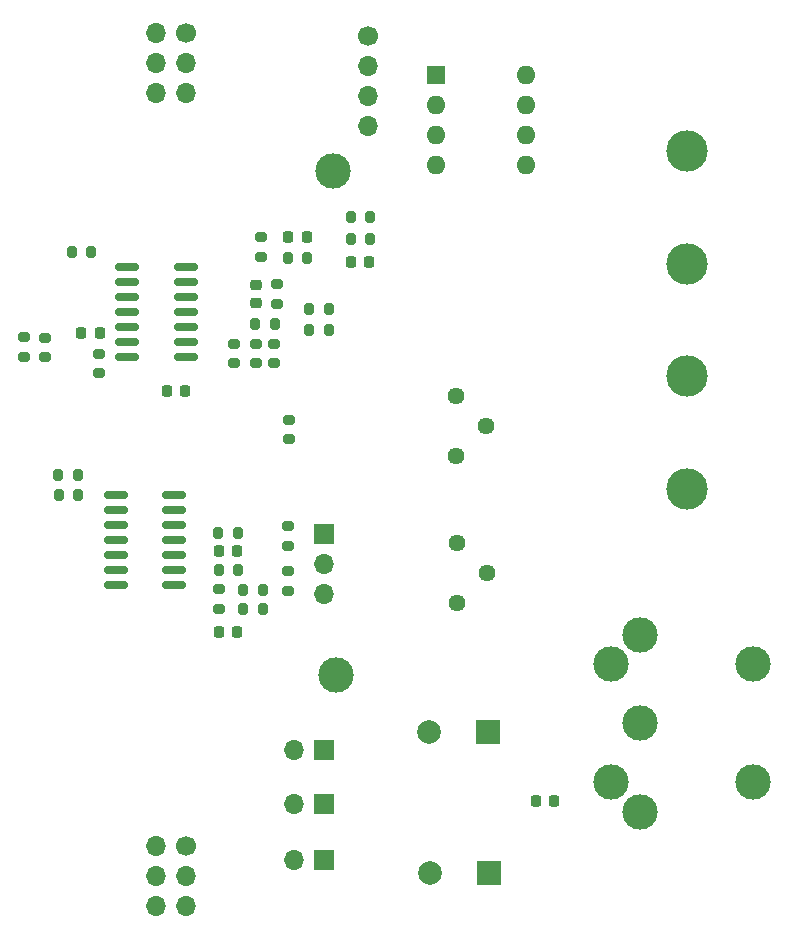
<source format=gbr>
%TF.GenerationSoftware,KiCad,Pcbnew,(7.0.0)*%
%TF.CreationDate,2024-02-24T11:01:10-08:00*%
%TF.ProjectId,Bottom_Board,426f7474-6f6d-45f4-926f-6172642e6b69,0*%
%TF.SameCoordinates,Original*%
%TF.FileFunction,Soldermask,Bot*%
%TF.FilePolarity,Negative*%
%FSLAX46Y46*%
G04 Gerber Fmt 4.6, Leading zero omitted, Abs format (unit mm)*
G04 Created by KiCad (PCBNEW (7.0.0)) date 2024-02-24 11:01:10*
%MOMM*%
%LPD*%
G01*
G04 APERTURE LIST*
G04 Aperture macros list*
%AMRoundRect*
0 Rectangle with rounded corners*
0 $1 Rounding radius*
0 $2 $3 $4 $5 $6 $7 $8 $9 X,Y pos of 4 corners*
0 Add a 4 corners polygon primitive as box body*
4,1,4,$2,$3,$4,$5,$6,$7,$8,$9,$2,$3,0*
0 Add four circle primitives for the rounded corners*
1,1,$1+$1,$2,$3*
1,1,$1+$1,$4,$5*
1,1,$1+$1,$6,$7*
1,1,$1+$1,$8,$9*
0 Add four rect primitives between the rounded corners*
20,1,$1+$1,$2,$3,$4,$5,0*
20,1,$1+$1,$4,$5,$6,$7,0*
20,1,$1+$1,$6,$7,$8,$9,0*
20,1,$1+$1,$8,$9,$2,$3,0*%
G04 Aperture macros list end*
%ADD10O,1.700000X1.700000*%
%ADD11C,1.700000*%
%ADD12C,2.000000*%
%ADD13R,2.000000X2.000000*%
%ADD14C,3.000000*%
%ADD15C,1.440000*%
%ADD16R,1.700000X1.700000*%
%ADD17R,1.600000X1.600000*%
%ADD18O,1.600000X1.600000*%
%ADD19C,3.500000*%
%ADD20RoundRect,0.200000X-0.275000X0.200000X-0.275000X-0.200000X0.275000X-0.200000X0.275000X0.200000X0*%
%ADD21RoundRect,0.225000X-0.225000X-0.250000X0.225000X-0.250000X0.225000X0.250000X-0.225000X0.250000X0*%
%ADD22RoundRect,0.200000X0.275000X-0.200000X0.275000X0.200000X-0.275000X0.200000X-0.275000X-0.200000X0*%
%ADD23RoundRect,0.150000X0.825000X0.150000X-0.825000X0.150000X-0.825000X-0.150000X0.825000X-0.150000X0*%
%ADD24RoundRect,0.225000X0.225000X0.250000X-0.225000X0.250000X-0.225000X-0.250000X0.225000X-0.250000X0*%
%ADD25RoundRect,0.200000X0.200000X0.275000X-0.200000X0.275000X-0.200000X-0.275000X0.200000X-0.275000X0*%
%ADD26RoundRect,0.200000X-0.200000X-0.275000X0.200000X-0.275000X0.200000X0.275000X-0.200000X0.275000X0*%
%ADD27RoundRect,0.225000X0.250000X-0.225000X0.250000X0.225000X-0.250000X0.225000X-0.250000X-0.225000X0*%
%ADD28RoundRect,0.218750X-0.218750X-0.256250X0.218750X-0.256250X0.218750X0.256250X-0.218750X0.256250X0*%
G04 APERTURE END LIST*
D10*
%TO.C,J8*%
X139064999Y-76209999D03*
X139064999Y-73669999D03*
X139064999Y-71129999D03*
D11*
X139065000Y-68590000D03*
%TD*%
D12*
%TO.C,C2*%
X144270323Y-127508000D03*
D13*
X149270322Y-127507999D03*
%TD*%
D14*
%TO.C,J5*%
X162142948Y-119288289D03*
X162142948Y-126788289D03*
X162142948Y-134288289D03*
X159642948Y-121788289D03*
X159642948Y-131788289D03*
X171642948Y-121788289D03*
X171642948Y-131788289D03*
%TD*%
D13*
%TO.C,C3*%
X149351999Y-139445999D03*
D12*
X144352000Y-139446000D03*
%TD*%
D11*
%TO.C,J2*%
X123698000Y-68326000D03*
D10*
X121157999Y-68325999D03*
X123697999Y-70865999D03*
X121157999Y-70865999D03*
X123697999Y-73405999D03*
X121157999Y-73405999D03*
%TD*%
D14*
%TO.C,TP2*%
X136398000Y-122682000D03*
%TD*%
D11*
%TO.C,J1*%
X123698000Y-137160000D03*
D10*
X121157999Y-137159999D03*
X123697999Y-139699999D03*
X121157999Y-139699999D03*
X123697999Y-142239999D03*
X121157999Y-142239999D03*
%TD*%
D15*
%TO.C,RV2*%
X146573000Y-116586000D03*
X149113000Y-114046000D03*
X146573000Y-111506000D03*
%TD*%
D16*
%TO.C,J6*%
X135381999Y-133603999D03*
D10*
X132841999Y-133603999D03*
%TD*%
D17*
%TO.C,SW2*%
X144822499Y-71891999D03*
D18*
X144822499Y-74431999D03*
X144822499Y-76971999D03*
X144822499Y-79511999D03*
X152442499Y-79511999D03*
X152442499Y-76971999D03*
X152442499Y-74431999D03*
X152442499Y-71891999D03*
%TD*%
D16*
%TO.C,J3*%
X135381999Y-138351999D03*
D10*
X132841999Y-138351999D03*
%TD*%
D14*
%TO.C,TP1*%
X136144000Y-80010000D03*
%TD*%
D19*
%TO.C,J9*%
X166082500Y-106934000D03*
X166082500Y-97404000D03*
X166082500Y-87874000D03*
X166082500Y-78344000D03*
%TD*%
D15*
%TO.C,RV1*%
X146558000Y-104140000D03*
X149098000Y-101600000D03*
X146558000Y-99060000D03*
%TD*%
D16*
%TO.C,JP1*%
X135381999Y-110743999D03*
D10*
X135381999Y-113283999D03*
X135381999Y-115823999D03*
%TD*%
D16*
%TO.C,J7*%
X135381999Y-129031999D03*
D10*
X132841999Y-129031999D03*
%TD*%
D20*
%TO.C,R19*%
X129616200Y-94679000D03*
X129616200Y-96329000D03*
%TD*%
%TO.C,R11*%
X116332000Y-95504000D03*
X116332000Y-97154000D03*
%TD*%
D21*
%TO.C,C4*%
X126466600Y-119076200D03*
X128016600Y-119076200D03*
%TD*%
D22*
%TO.C,R22*%
X132397600Y-102774500D03*
X132397600Y-101124500D03*
%TD*%
D21*
%TO.C,C8*%
X132334000Y-85648800D03*
X133884000Y-85648800D03*
%TD*%
D23*
%TO.C,U1*%
X123633000Y-88138000D03*
X123633000Y-89408000D03*
X123633000Y-90678000D03*
X123633000Y-91948000D03*
X123633000Y-93218000D03*
X123633000Y-94488000D03*
X123633000Y-95758000D03*
X118683000Y-95758000D03*
X118683000Y-94488000D03*
X118683000Y-93218000D03*
X118683000Y-91948000D03*
X118683000Y-90678000D03*
X118683000Y-89408000D03*
X118683000Y-88138000D03*
%TD*%
D20*
%TO.C,R4*%
X111760000Y-94171000D03*
X111760000Y-95821000D03*
%TD*%
%TO.C,R14*%
X132308600Y-110122200D03*
X132308600Y-111772200D03*
%TD*%
%TO.C,R25*%
X127762000Y-94679000D03*
X127762000Y-96329000D03*
%TD*%
D24*
%TO.C,C1*%
X154839000Y-133400800D03*
X153289000Y-133400800D03*
%TD*%
D23*
%TO.C,U2*%
X122682000Y-107442000D03*
X122682000Y-108712000D03*
X122682000Y-109982000D03*
X122682000Y-111252000D03*
X122682000Y-112522000D03*
X122682000Y-113792000D03*
X122682000Y-115062000D03*
X117732000Y-115062000D03*
X117732000Y-113792000D03*
X117732000Y-112522000D03*
X117732000Y-111252000D03*
X117732000Y-109982000D03*
X117732000Y-108712000D03*
X117732000Y-107442000D03*
%TD*%
D25*
%TO.C,R12*%
X130148600Y-117094000D03*
X128498600Y-117094000D03*
%TD*%
D26*
%TO.C,R18*%
X112890800Y-107467400D03*
X114540800Y-107467400D03*
%TD*%
%TO.C,R10*%
X137607600Y-83953100D03*
X139257600Y-83953100D03*
%TD*%
D25*
%TO.C,R20*%
X115633000Y-86868000D03*
X113983000Y-86868000D03*
%TD*%
%TO.C,R2*%
X135762000Y-91694000D03*
X134112000Y-91694000D03*
%TD*%
%TO.C,R9*%
X128065800Y-113792000D03*
X126415800Y-113792000D03*
%TD*%
D26*
%TO.C,R7*%
X137605000Y-85810475D03*
X139255000Y-85810475D03*
%TD*%
D24*
%TO.C,C6*%
X128003600Y-112218200D03*
X126453600Y-112218200D03*
%TD*%
D27*
%TO.C,C9*%
X129590800Y-91237400D03*
X129590800Y-89687400D03*
%TD*%
D22*
%TO.C,R16*%
X131140200Y-96329000D03*
X131140200Y-94679000D03*
%TD*%
D26*
%TO.C,R6*%
X128498600Y-115520200D03*
X130148600Y-115520200D03*
%TD*%
D25*
%TO.C,R1*%
X128053600Y-110694200D03*
X126403600Y-110694200D03*
%TD*%
%TO.C,R3*%
X114502200Y-105740200D03*
X112852200Y-105740200D03*
%TD*%
D26*
%TO.C,R24*%
X132271000Y-87426800D03*
X133921000Y-87426800D03*
%TD*%
D28*
%TO.C,D1*%
X122044500Y-98698000D03*
X123619500Y-98698000D03*
%TD*%
D26*
%TO.C,R15*%
X134112000Y-93472000D03*
X135762000Y-93472000D03*
%TD*%
D24*
%TO.C,C7*%
X139157600Y-87763100D03*
X137607600Y-87763100D03*
%TD*%
D20*
%TO.C,R21*%
X131368800Y-89637400D03*
X131368800Y-91287400D03*
%TD*%
%TO.C,R8*%
X126492000Y-115469400D03*
X126492000Y-117119400D03*
%TD*%
D24*
%TO.C,C5*%
X116345000Y-93726000D03*
X114795000Y-93726000D03*
%TD*%
D20*
%TO.C,R13*%
X132308600Y-113932200D03*
X132308600Y-115582200D03*
%TD*%
D22*
%TO.C,R23*%
X130048000Y-87298800D03*
X130048000Y-85648800D03*
%TD*%
%TO.C,R5*%
X109982000Y-95758000D03*
X109982000Y-94108000D03*
%TD*%
D26*
%TO.C,R17*%
X129540000Y-93014800D03*
X131190000Y-93014800D03*
%TD*%
M02*

</source>
